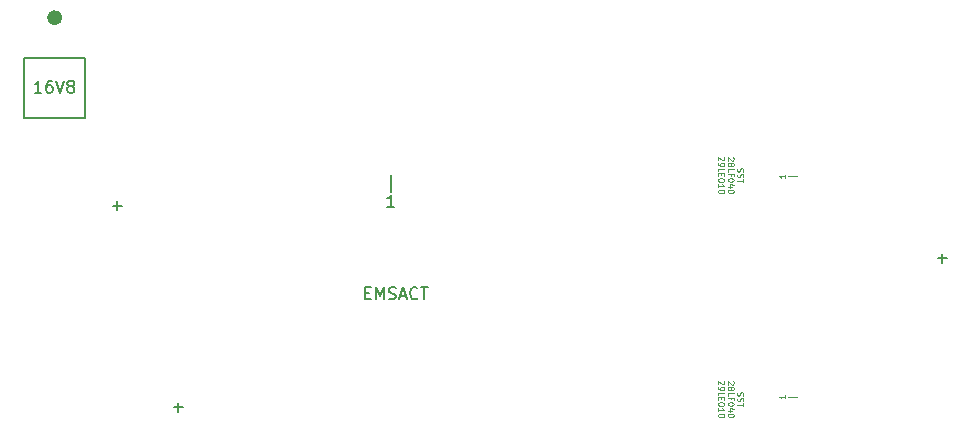
<source format=gbr>
%TF.GenerationSoftware,KiCad,Pcbnew,(6.0.2)*%
%TF.CreationDate,2022-10-24T07:01:04-05:00*%
%TF.ProjectId,N64NP6,4e36344e-5036-42e6-9b69-6361645f7063,rev?*%
%TF.SameCoordinates,Original*%
%TF.FileFunction,Legend,Top*%
%TF.FilePolarity,Positive*%
%FSLAX46Y46*%
G04 Gerber Fmt 4.6, Leading zero omitted, Abs format (unit mm)*
G04 Created by KiCad (PCBNEW (6.0.2)) date 2022-10-24 07:01:04*
%MOMM*%
%LPD*%
G01*
G04 APERTURE LIST*
%ADD10C,0.150000*%
%ADD11C,0.125000*%
%ADD12C,0.200000*%
%ADD13C,0.635000*%
G04 APERTURE END LIST*
D10*
X92927047Y67767571D02*
X93688952Y67767571D01*
X93308000Y67386619D02*
X93308000Y68148523D01*
X28226047Y55143571D02*
X28987952Y55143571D01*
X28607000Y54762619D02*
X28607000Y55524523D01*
X23074047Y72190571D02*
X23835952Y72190571D01*
X23455000Y71809619D02*
X23455000Y72571523D01*
X17026761Y81772619D02*
X16455333Y81772619D01*
X16741047Y81772619D02*
X16741047Y82772619D01*
X16645809Y82629761D01*
X16550571Y82534523D01*
X16455333Y82486904D01*
X17883904Y82772619D02*
X17693428Y82772619D01*
X17598190Y82725000D01*
X17550571Y82677380D01*
X17455333Y82534523D01*
X17407714Y82344047D01*
X17407714Y81963095D01*
X17455333Y81867857D01*
X17502952Y81820238D01*
X17598190Y81772619D01*
X17788666Y81772619D01*
X17883904Y81820238D01*
X17931523Y81867857D01*
X17979142Y81963095D01*
X17979142Y82201190D01*
X17931523Y82296428D01*
X17883904Y82344047D01*
X17788666Y82391666D01*
X17598190Y82391666D01*
X17502952Y82344047D01*
X17455333Y82296428D01*
X17407714Y82201190D01*
X18264857Y82772619D02*
X18598190Y81772619D01*
X18931523Y82772619D01*
X19407714Y82344047D02*
X19312476Y82391666D01*
X19264857Y82439285D01*
X19217238Y82534523D01*
X19217238Y82582142D01*
X19264857Y82677380D01*
X19312476Y82725000D01*
X19407714Y82772619D01*
X19598190Y82772619D01*
X19693428Y82725000D01*
X19741047Y82677380D01*
X19788666Y82582142D01*
X19788666Y82534523D01*
X19741047Y82439285D01*
X19693428Y82391666D01*
X19598190Y82344047D01*
X19407714Y82344047D01*
X19312476Y82296428D01*
X19264857Y82248809D01*
X19217238Y82153571D01*
X19217238Y81963095D01*
X19264857Y81867857D01*
X19312476Y81820238D01*
X19407714Y81772619D01*
X19598190Y81772619D01*
X19693428Y81820238D01*
X19741047Y81867857D01*
X19788666Y81963095D01*
X19788666Y82153571D01*
X19741047Y82248809D01*
X19693428Y82296428D01*
X19598190Y82344047D01*
X44431571Y64818428D02*
X44764904Y64818428D01*
X44907761Y64294619D02*
X44431571Y64294619D01*
X44431571Y65294619D01*
X44907761Y65294619D01*
X45336333Y64294619D02*
X45336333Y65294619D01*
X45669666Y64580333D01*
X46003000Y65294619D01*
X46003000Y64294619D01*
X46431571Y64342238D02*
X46574428Y64294619D01*
X46812523Y64294619D01*
X46907761Y64342238D01*
X46955380Y64389857D01*
X47003000Y64485095D01*
X47003000Y64580333D01*
X46955380Y64675571D01*
X46907761Y64723190D01*
X46812523Y64770809D01*
X46622047Y64818428D01*
X46526809Y64866047D01*
X46479190Y64913666D01*
X46431571Y65008904D01*
X46431571Y65104142D01*
X46479190Y65199380D01*
X46526809Y65247000D01*
X46622047Y65294619D01*
X46860142Y65294619D01*
X47003000Y65247000D01*
X47383952Y64580333D02*
X47860142Y64580333D01*
X47288714Y64294619D02*
X47622047Y65294619D01*
X47955380Y64294619D01*
X48860142Y64389857D02*
X48812523Y64342238D01*
X48669666Y64294619D01*
X48574428Y64294619D01*
X48431571Y64342238D01*
X48336333Y64437476D01*
X48288714Y64532714D01*
X48241095Y64723190D01*
X48241095Y64866047D01*
X48288714Y65056523D01*
X48336333Y65151761D01*
X48431571Y65247000D01*
X48574428Y65294619D01*
X48669666Y65294619D01*
X48812523Y65247000D01*
X48860142Y65199380D01*
X49145857Y65294619D02*
X49717285Y65294619D01*
X49431571Y64294619D02*
X49431571Y65294619D01*
X46605000Y73383285D02*
X46605000Y74811857D01*
X46890714Y72106619D02*
X46319285Y72106619D01*
X46605000Y72106619D02*
X46605000Y73106619D01*
X46509761Y72963761D01*
X46414523Y72868523D01*
X46319285Y72820904D01*
D11*
X79995690Y74847357D02*
X79995690Y74561642D01*
X79995690Y74704500D02*
X79495690Y74704500D01*
X79567119Y74656880D01*
X79614738Y74609261D01*
X79638547Y74561642D01*
X80967357Y74704500D02*
X80253071Y74704500D01*
X79995690Y56185357D02*
X79995690Y55899642D01*
X79995690Y56042500D02*
X79495690Y56042500D01*
X79567119Y55994880D01*
X79614738Y55947261D01*
X79638547Y55899642D01*
X80967357Y56042500D02*
X80253071Y56042500D01*
X75957619Y56408928D02*
X75933809Y56337500D01*
X75933809Y56218452D01*
X75957619Y56170833D01*
X75981428Y56147023D01*
X76029047Y56123214D01*
X76076666Y56123214D01*
X76124285Y56147023D01*
X76148095Y56170833D01*
X76171904Y56218452D01*
X76195714Y56313690D01*
X76219523Y56361309D01*
X76243333Y56385119D01*
X76290952Y56408928D01*
X76338571Y56408928D01*
X76386190Y56385119D01*
X76410000Y56361309D01*
X76433809Y56313690D01*
X76433809Y56194642D01*
X76410000Y56123214D01*
X75957619Y55932738D02*
X75933809Y55861309D01*
X75933809Y55742261D01*
X75957619Y55694642D01*
X75981428Y55670833D01*
X76029047Y55647023D01*
X76076666Y55647023D01*
X76124285Y55670833D01*
X76148095Y55694642D01*
X76171904Y55742261D01*
X76195714Y55837500D01*
X76219523Y55885119D01*
X76243333Y55908928D01*
X76290952Y55932738D01*
X76338571Y55932738D01*
X76386190Y55908928D01*
X76410000Y55885119D01*
X76433809Y55837500D01*
X76433809Y55718452D01*
X76410000Y55647023D01*
X76433809Y55504166D02*
X76433809Y55218452D01*
X75933809Y55361309D02*
X76433809Y55361309D01*
X75581190Y57349404D02*
X75605000Y57325595D01*
X75628809Y57277976D01*
X75628809Y57158928D01*
X75605000Y57111309D01*
X75581190Y57087500D01*
X75533571Y57063690D01*
X75485952Y57063690D01*
X75414523Y57087500D01*
X75128809Y57373214D01*
X75128809Y57063690D01*
X75414523Y56777976D02*
X75438333Y56825595D01*
X75462142Y56849404D01*
X75509761Y56873214D01*
X75533571Y56873214D01*
X75581190Y56849404D01*
X75605000Y56825595D01*
X75628809Y56777976D01*
X75628809Y56682738D01*
X75605000Y56635119D01*
X75581190Y56611309D01*
X75533571Y56587500D01*
X75509761Y56587500D01*
X75462142Y56611309D01*
X75438333Y56635119D01*
X75414523Y56682738D01*
X75414523Y56777976D01*
X75390714Y56825595D01*
X75366904Y56849404D01*
X75319285Y56873214D01*
X75224047Y56873214D01*
X75176428Y56849404D01*
X75152619Y56825595D01*
X75128809Y56777976D01*
X75128809Y56682738D01*
X75152619Y56635119D01*
X75176428Y56611309D01*
X75224047Y56587500D01*
X75319285Y56587500D01*
X75366904Y56611309D01*
X75390714Y56635119D01*
X75414523Y56682738D01*
X75128809Y56135119D02*
X75128809Y56373214D01*
X75628809Y56373214D01*
X75390714Y55801785D02*
X75390714Y55968452D01*
X75128809Y55968452D02*
X75628809Y55968452D01*
X75628809Y55730357D01*
X75628809Y55444642D02*
X75628809Y55397023D01*
X75605000Y55349404D01*
X75581190Y55325595D01*
X75533571Y55301785D01*
X75438333Y55277976D01*
X75319285Y55277976D01*
X75224047Y55301785D01*
X75176428Y55325595D01*
X75152619Y55349404D01*
X75128809Y55397023D01*
X75128809Y55444642D01*
X75152619Y55492261D01*
X75176428Y55516071D01*
X75224047Y55539880D01*
X75319285Y55563690D01*
X75438333Y55563690D01*
X75533571Y55539880D01*
X75581190Y55516071D01*
X75605000Y55492261D01*
X75628809Y55444642D01*
X75462142Y54849404D02*
X75128809Y54849404D01*
X75652619Y54968452D02*
X75295476Y55087500D01*
X75295476Y54777976D01*
X75628809Y54492261D02*
X75628809Y54444642D01*
X75605000Y54397023D01*
X75581190Y54373214D01*
X75533571Y54349404D01*
X75438333Y54325595D01*
X75319285Y54325595D01*
X75224047Y54349404D01*
X75176428Y54373214D01*
X75152619Y54397023D01*
X75128809Y54444642D01*
X75128809Y54492261D01*
X75152619Y54539880D01*
X75176428Y54563690D01*
X75224047Y54587500D01*
X75319285Y54611309D01*
X75438333Y54611309D01*
X75533571Y54587500D01*
X75581190Y54563690D01*
X75605000Y54539880D01*
X75628809Y54492261D01*
X74776190Y57361309D02*
X74800000Y57337500D01*
X74823809Y57289880D01*
X74823809Y57170833D01*
X74800000Y57123214D01*
X74776190Y57099404D01*
X74728571Y57075595D01*
X74680952Y57075595D01*
X74609523Y57099404D01*
X74323809Y57385119D01*
X74323809Y57075595D01*
X74323809Y56837500D02*
X74323809Y56742261D01*
X74347619Y56694642D01*
X74371428Y56670833D01*
X74442857Y56623214D01*
X74538095Y56599404D01*
X74728571Y56599404D01*
X74776190Y56623214D01*
X74800000Y56647023D01*
X74823809Y56694642D01*
X74823809Y56789880D01*
X74800000Y56837500D01*
X74776190Y56861309D01*
X74728571Y56885119D01*
X74609523Y56885119D01*
X74561904Y56861309D01*
X74538095Y56837500D01*
X74514285Y56789880D01*
X74514285Y56694642D01*
X74538095Y56647023D01*
X74561904Y56623214D01*
X74609523Y56599404D01*
X74323809Y56147023D02*
X74323809Y56385119D01*
X74823809Y56385119D01*
X74585714Y55980357D02*
X74585714Y55813690D01*
X74323809Y55742261D02*
X74323809Y55980357D01*
X74823809Y55980357D01*
X74823809Y55742261D01*
X74823809Y55432738D02*
X74823809Y55385119D01*
X74800000Y55337500D01*
X74776190Y55313690D01*
X74728571Y55289880D01*
X74633333Y55266071D01*
X74514285Y55266071D01*
X74419047Y55289880D01*
X74371428Y55313690D01*
X74347619Y55337500D01*
X74323809Y55385119D01*
X74323809Y55432738D01*
X74347619Y55480357D01*
X74371428Y55504166D01*
X74419047Y55527976D01*
X74514285Y55551785D01*
X74633333Y55551785D01*
X74728571Y55527976D01*
X74776190Y55504166D01*
X74800000Y55480357D01*
X74823809Y55432738D01*
X74323809Y54789880D02*
X74323809Y55075595D01*
X74323809Y54932738D02*
X74823809Y54932738D01*
X74752380Y54980357D01*
X74704761Y55027976D01*
X74680952Y55075595D01*
X74823809Y54480357D02*
X74823809Y54432738D01*
X74800000Y54385119D01*
X74776190Y54361309D01*
X74728571Y54337500D01*
X74633333Y54313690D01*
X74514285Y54313690D01*
X74419047Y54337500D01*
X74371428Y54361309D01*
X74347619Y54385119D01*
X74323809Y54432738D01*
X74323809Y54480357D01*
X74347619Y54527976D01*
X74371428Y54551785D01*
X74419047Y54575595D01*
X74514285Y54599404D01*
X74633333Y54599404D01*
X74728571Y54575595D01*
X74776190Y54551785D01*
X74800000Y54527976D01*
X74823809Y54480357D01*
X75957619Y75371928D02*
X75933809Y75300500D01*
X75933809Y75181452D01*
X75957619Y75133833D01*
X75981428Y75110023D01*
X76029047Y75086214D01*
X76076666Y75086214D01*
X76124285Y75110023D01*
X76148095Y75133833D01*
X76171904Y75181452D01*
X76195714Y75276690D01*
X76219523Y75324309D01*
X76243333Y75348119D01*
X76290952Y75371928D01*
X76338571Y75371928D01*
X76386190Y75348119D01*
X76410000Y75324309D01*
X76433809Y75276690D01*
X76433809Y75157642D01*
X76410000Y75086214D01*
X75957619Y74895738D02*
X75933809Y74824309D01*
X75933809Y74705261D01*
X75957619Y74657642D01*
X75981428Y74633833D01*
X76029047Y74610023D01*
X76076666Y74610023D01*
X76124285Y74633833D01*
X76148095Y74657642D01*
X76171904Y74705261D01*
X76195714Y74800500D01*
X76219523Y74848119D01*
X76243333Y74871928D01*
X76290952Y74895738D01*
X76338571Y74895738D01*
X76386190Y74871928D01*
X76410000Y74848119D01*
X76433809Y74800500D01*
X76433809Y74681452D01*
X76410000Y74610023D01*
X76433809Y74467166D02*
X76433809Y74181452D01*
X75933809Y74324309D02*
X76433809Y74324309D01*
X75581190Y76312404D02*
X75605000Y76288595D01*
X75628809Y76240976D01*
X75628809Y76121928D01*
X75605000Y76074309D01*
X75581190Y76050500D01*
X75533571Y76026690D01*
X75485952Y76026690D01*
X75414523Y76050500D01*
X75128809Y76336214D01*
X75128809Y76026690D01*
X75414523Y75740976D02*
X75438333Y75788595D01*
X75462142Y75812404D01*
X75509761Y75836214D01*
X75533571Y75836214D01*
X75581190Y75812404D01*
X75605000Y75788595D01*
X75628809Y75740976D01*
X75628809Y75645738D01*
X75605000Y75598119D01*
X75581190Y75574309D01*
X75533571Y75550500D01*
X75509761Y75550500D01*
X75462142Y75574309D01*
X75438333Y75598119D01*
X75414523Y75645738D01*
X75414523Y75740976D01*
X75390714Y75788595D01*
X75366904Y75812404D01*
X75319285Y75836214D01*
X75224047Y75836214D01*
X75176428Y75812404D01*
X75152619Y75788595D01*
X75128809Y75740976D01*
X75128809Y75645738D01*
X75152619Y75598119D01*
X75176428Y75574309D01*
X75224047Y75550500D01*
X75319285Y75550500D01*
X75366904Y75574309D01*
X75390714Y75598119D01*
X75414523Y75645738D01*
X75128809Y75098119D02*
X75128809Y75336214D01*
X75628809Y75336214D01*
X75390714Y74764785D02*
X75390714Y74931452D01*
X75128809Y74931452D02*
X75628809Y74931452D01*
X75628809Y74693357D01*
X75628809Y74407642D02*
X75628809Y74360023D01*
X75605000Y74312404D01*
X75581190Y74288595D01*
X75533571Y74264785D01*
X75438333Y74240976D01*
X75319285Y74240976D01*
X75224047Y74264785D01*
X75176428Y74288595D01*
X75152619Y74312404D01*
X75128809Y74360023D01*
X75128809Y74407642D01*
X75152619Y74455261D01*
X75176428Y74479071D01*
X75224047Y74502880D01*
X75319285Y74526690D01*
X75438333Y74526690D01*
X75533571Y74502880D01*
X75581190Y74479071D01*
X75605000Y74455261D01*
X75628809Y74407642D01*
X75462142Y73812404D02*
X75128809Y73812404D01*
X75652619Y73931452D02*
X75295476Y74050500D01*
X75295476Y73740976D01*
X75628809Y73455261D02*
X75628809Y73407642D01*
X75605000Y73360023D01*
X75581190Y73336214D01*
X75533571Y73312404D01*
X75438333Y73288595D01*
X75319285Y73288595D01*
X75224047Y73312404D01*
X75176428Y73336214D01*
X75152619Y73360023D01*
X75128809Y73407642D01*
X75128809Y73455261D01*
X75152619Y73502880D01*
X75176428Y73526690D01*
X75224047Y73550500D01*
X75319285Y73574309D01*
X75438333Y73574309D01*
X75533571Y73550500D01*
X75581190Y73526690D01*
X75605000Y73502880D01*
X75628809Y73455261D01*
X74776190Y76324309D02*
X74800000Y76300500D01*
X74823809Y76252880D01*
X74823809Y76133833D01*
X74800000Y76086214D01*
X74776190Y76062404D01*
X74728571Y76038595D01*
X74680952Y76038595D01*
X74609523Y76062404D01*
X74323809Y76348119D01*
X74323809Y76038595D01*
X74323809Y75800500D02*
X74323809Y75705261D01*
X74347619Y75657642D01*
X74371428Y75633833D01*
X74442857Y75586214D01*
X74538095Y75562404D01*
X74728571Y75562404D01*
X74776190Y75586214D01*
X74800000Y75610023D01*
X74823809Y75657642D01*
X74823809Y75752880D01*
X74800000Y75800500D01*
X74776190Y75824309D01*
X74728571Y75848119D01*
X74609523Y75848119D01*
X74561904Y75824309D01*
X74538095Y75800500D01*
X74514285Y75752880D01*
X74514285Y75657642D01*
X74538095Y75610023D01*
X74561904Y75586214D01*
X74609523Y75562404D01*
X74323809Y75110023D02*
X74323809Y75348119D01*
X74823809Y75348119D01*
X74585714Y74943357D02*
X74585714Y74776690D01*
X74323809Y74705261D02*
X74323809Y74943357D01*
X74823809Y74943357D01*
X74823809Y74705261D01*
X74823809Y74395738D02*
X74823809Y74348119D01*
X74800000Y74300500D01*
X74776190Y74276690D01*
X74728571Y74252880D01*
X74633333Y74229071D01*
X74514285Y74229071D01*
X74419047Y74252880D01*
X74371428Y74276690D01*
X74347619Y74300500D01*
X74323809Y74348119D01*
X74323809Y74395738D01*
X74347619Y74443357D01*
X74371428Y74467166D01*
X74419047Y74490976D01*
X74514285Y74514785D01*
X74633333Y74514785D01*
X74728571Y74490976D01*
X74776190Y74467166D01*
X74800000Y74443357D01*
X74823809Y74395738D01*
X74323809Y73752880D02*
X74323809Y74038595D01*
X74323809Y73895738D02*
X74823809Y73895738D01*
X74752380Y73943357D01*
X74704761Y73990976D01*
X74680952Y74038595D01*
X74823809Y73443357D02*
X74823809Y73395738D01*
X74800000Y73348119D01*
X74776190Y73324309D01*
X74728571Y73300500D01*
X74633333Y73276690D01*
X74514285Y73276690D01*
X74419047Y73300500D01*
X74371428Y73324309D01*
X74347619Y73348119D01*
X74323809Y73395738D01*
X74323809Y73443357D01*
X74347619Y73490976D01*
X74371428Y73514785D01*
X74419047Y73538595D01*
X74514285Y73562404D01*
X74633333Y73562404D01*
X74728571Y73538595D01*
X74776190Y73514785D01*
X74800000Y73490976D01*
X74823809Y73443357D01*
D12*
%TO.C,U1*%
X15573000Y84744000D02*
X20715000Y84744000D01*
X15573000Y79602000D02*
X15573000Y84744000D01*
X20715000Y79602000D02*
X15573000Y79602000D01*
X20715000Y84744000D02*
X20715000Y79602000D01*
D13*
X18461500Y88132500D02*
G75*
G03*
X18461500Y88132500I-317500J0D01*
G01*
%TD*%
M02*

</source>
